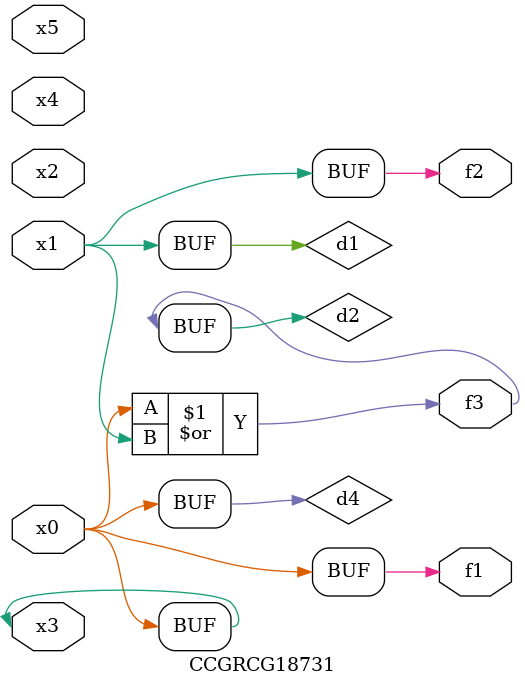
<source format=v>
module CCGRCG18731(
	input x0, x1, x2, x3, x4, x5,
	output f1, f2, f3
);

	wire d1, d2, d3, d4;

	and (d1, x1);
	or (d2, x0, x1);
	nand (d3, x0, x5);
	buf (d4, x0, x3);
	assign f1 = d4;
	assign f2 = d1;
	assign f3 = d2;
endmodule

</source>
